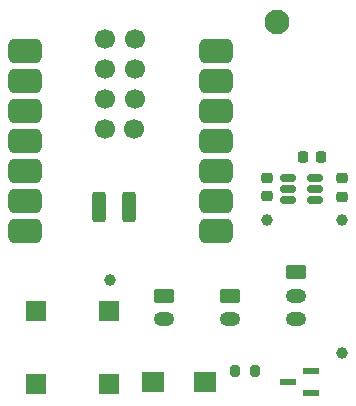
<source format=gbr>
%TF.GenerationSoftware,KiCad,Pcbnew,8.0.6*%
%TF.CreationDate,2024-11-21T01:25:50-08:00*%
%TF.ProjectId,LED20,4c454432-302e-46b6-9963-61645f706362,2*%
%TF.SameCoordinates,Original*%
%TF.FileFunction,Soldermask,Top*%
%TF.FilePolarity,Negative*%
%FSLAX46Y46*%
G04 Gerber Fmt 4.6, Leading zero omitted, Abs format (unit mm)*
G04 Created by KiCad (PCBNEW 8.0.6) date 2024-11-21 01:25:50*
%MOMM*%
%LPD*%
G01*
G04 APERTURE LIST*
G04 Aperture macros list*
%AMRoundRect*
0 Rectangle with rounded corners*
0 $1 Rounding radius*
0 $2 $3 $4 $5 $6 $7 $8 $9 X,Y pos of 4 corners*
0 Add a 4 corners polygon primitive as box body*
4,1,4,$2,$3,$4,$5,$6,$7,$8,$9,$2,$3,0*
0 Add four circle primitives for the rounded corners*
1,1,$1+$1,$2,$3*
1,1,$1+$1,$4,$5*
1,1,$1+$1,$6,$7*
1,1,$1+$1,$8,$9*
0 Add four rect primitives between the rounded corners*
20,1,$1+$1,$2,$3,$4,$5,0*
20,1,$1+$1,$4,$5,$6,$7,0*
20,1,$1+$1,$6,$7,$8,$9,0*
20,1,$1+$1,$8,$9,$2,$3,0*%
G04 Aperture macros list end*
%ADD10C,1.000000*%
%ADD11RoundRect,0.150000X0.512500X0.150000X-0.512500X0.150000X-0.512500X-0.150000X0.512500X-0.150000X0*%
%ADD12RoundRect,0.250000X-0.625000X0.350000X-0.625000X-0.350000X0.625000X-0.350000X0.625000X0.350000X0*%
%ADD13O,1.750000X1.200000*%
%ADD14RoundRect,0.225000X-0.250000X0.225000X-0.250000X-0.225000X0.250000X-0.225000X0.250000X0.225000X0*%
%ADD15R,1.879600X1.701800*%
%ADD16RoundRect,0.525400X-0.900400X-0.525400X0.900400X-0.525400X0.900400X0.525400X-0.900400X0.525400X0*%
%ADD17RoundRect,0.300400X-0.300400X1.000400X-0.300400X-1.000400X0.300400X-1.000400X0.300400X1.000400X0*%
%ADD18C,1.700000*%
%ADD19RoundRect,0.225000X0.250000X-0.225000X0.250000X0.225000X-0.250000X0.225000X-0.250000X-0.225000X0*%
%ADD20RoundRect,0.225000X-0.225000X-0.250000X0.225000X-0.250000X0.225000X0.250000X-0.225000X0.250000X0*%
%ADD21R,1.803400X1.803400*%
%ADD22RoundRect,0.200000X-0.200000X-0.275000X0.200000X-0.275000X0.200000X0.275000X-0.200000X0.275000X0*%
%ADD23R,1.422400X0.558800*%
%ADD24C,2.100000*%
G04 APERTURE END LIST*
D10*
%TO.C,TP2*%
X160637500Y-93450000D03*
%TD*%
D11*
%TO.C,U2*%
X158406261Y-80514160D03*
X158406261Y-79564160D03*
X158406261Y-78614160D03*
X156131261Y-78614160D03*
X156131261Y-79564160D03*
X156131261Y-80514160D03*
%TD*%
D12*
%TO.C,U6*%
X151155921Y-88608331D03*
D13*
X151155921Y-90608331D03*
%TD*%
D12*
%TO.C,D1*%
X156733847Y-86611446D03*
D13*
X156733847Y-88611446D03*
X156733847Y-90611446D03*
%TD*%
D14*
%TO.C,C3*%
X160637500Y-78675000D03*
X160637500Y-80225000D03*
%TD*%
D15*
%TO.C,CR1*%
X149057100Y-95950000D03*
X144637500Y-95950000D03*
%TD*%
D16*
%TO.C,U4*%
X133855900Y-67931500D03*
X133855900Y-70471500D03*
X133855900Y-73011500D03*
X133855900Y-75551500D03*
X133855900Y-78091500D03*
X133855900Y-80631500D03*
X133855900Y-83171500D03*
X150020900Y-83171500D03*
X150020900Y-80631500D03*
X150020900Y-78091500D03*
X150020900Y-75551500D03*
X150020900Y-73011500D03*
X150020900Y-70471500D03*
X150020900Y-67931500D03*
D17*
X140129500Y-81083200D03*
X142669500Y-81083200D03*
D18*
X140637500Y-66910000D03*
X143177500Y-66910000D03*
X140637500Y-69450000D03*
X143177500Y-69450000D03*
X140637500Y-71990000D03*
X143177500Y-71990000D03*
X140637500Y-74530000D03*
X143084900Y-74473200D03*
%TD*%
D19*
%TO.C,C1*%
X154333037Y-80189265D03*
X154333037Y-78639265D03*
%TD*%
D10*
%TO.C,TP1*%
X141008275Y-87276212D03*
%TD*%
D20*
%TO.C,C2*%
X157378782Y-76910052D03*
X158928782Y-76910052D03*
%TD*%
D10*
%TO.C,TP17*%
X154333075Y-82169007D03*
%TD*%
%TO.C,TP18*%
X160649673Y-82192994D03*
%TD*%
D21*
%TO.C,LS1*%
X134799055Y-89943829D03*
X134799055Y-96093829D03*
X140949055Y-89943829D03*
X140949055Y-96093829D03*
%TD*%
D12*
%TO.C,U7*%
X145575412Y-88608331D03*
D13*
X145575412Y-90608331D03*
%TD*%
D22*
%TO.C,R1*%
X151637500Y-94950000D03*
X153287500Y-94950000D03*
%TD*%
D23*
%TO.C,U3*%
X156137500Y-95902500D03*
X158067900Y-94950000D03*
X158067900Y-96855000D03*
%TD*%
D24*
%TO.C,REF\u002A\u002A*%
X155137500Y-65450000D03*
%TD*%
M02*

</source>
